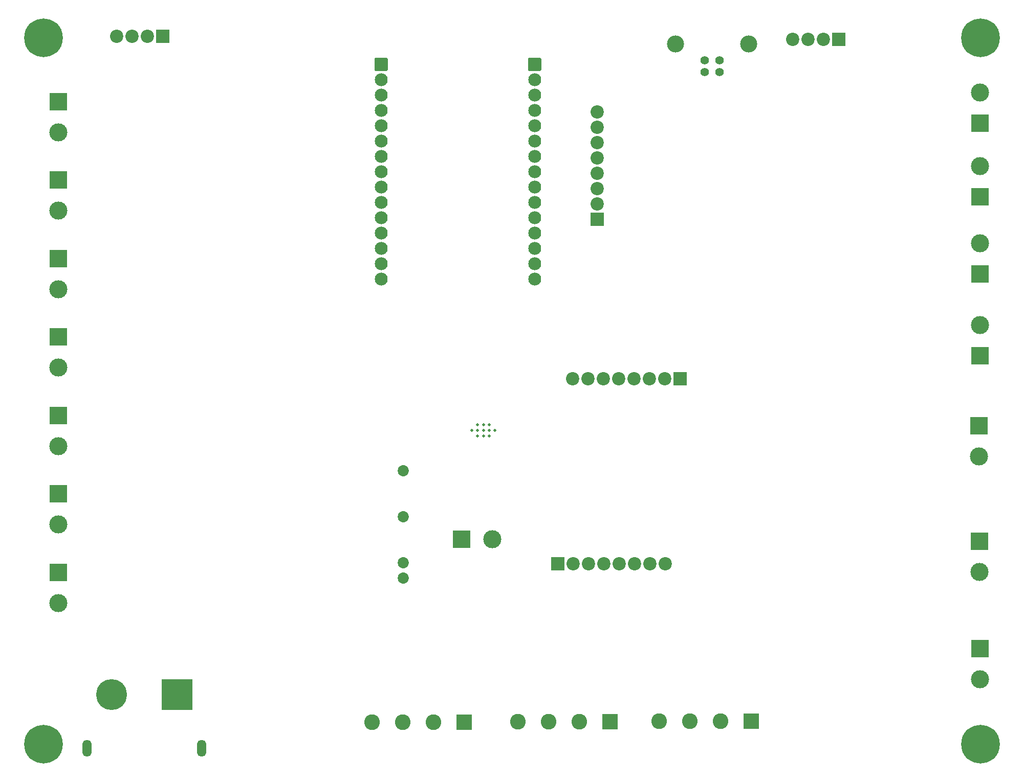
<source format=gbr>
%TF.GenerationSoftware,KiCad,Pcbnew,8.0.1*%
%TF.CreationDate,2025-12-10T18:54:55+01:00*%
%TF.ProjectId,PowerBox2.2 KICAD,506f7765-7242-46f7-9832-2e32204b4943,rev?*%
%TF.SameCoordinates,Original*%
%TF.FileFunction,Soldermask,Bot*%
%TF.FilePolarity,Negative*%
%FSLAX46Y46*%
G04 Gerber Fmt 4.6, Leading zero omitted, Abs format (unit mm)*
G04 Created by KiCad (PCBNEW 8.0.1) date 2025-12-10 18:54:55*
%MOMM*%
%LPD*%
G01*
G04 APERTURE LIST*
G04 Aperture macros list*
%AMRoundRect*
0 Rectangle with rounded corners*
0 $1 Rounding radius*
0 $2 $3 $4 $5 $6 $7 $8 $9 X,Y pos of 4 corners*
0 Add a 4 corners polygon primitive as box body*
4,1,4,$2,$3,$4,$5,$6,$7,$8,$9,$2,$3,0*
0 Add four circle primitives for the rounded corners*
1,1,$1+$1,$2,$3*
1,1,$1+$1,$4,$5*
1,1,$1+$1,$6,$7*
1,1,$1+$1,$8,$9*
0 Add four rect primitives between the rounded corners*
20,1,$1+$1,$2,$3,$4,$5,0*
20,1,$1+$1,$4,$5,$6,$7,0*
20,1,$1+$1,$6,$7,$8,$9,0*
20,1,$1+$1,$8,$9,$2,$3,0*%
G04 Aperture macros list end*
%ADD10R,3.000000X3.000000*%
%ADD11C,3.000000*%
%ADD12C,0.800000*%
%ADD13C,6.400000*%
%ADD14C,5.120000*%
%ADD15RoundRect,0.102000X-2.458000X-2.458000X2.458000X-2.458000X2.458000X2.458000X-2.458000X2.458000X0*%
%ADD16O,1.504000X2.804000*%
%ADD17R,2.200000X2.200000*%
%ADD18C,2.200000*%
%ADD19C,0.500000*%
%ADD20C,1.422400*%
%ADD21C,2.819400*%
%ADD22RoundRect,0.102000X-0.965000X-0.965000X0.965000X-0.965000X0.965000X0.965000X-0.965000X0.965000X0*%
%ADD23C,2.134000*%
%ADD24R,2.600000X2.600000*%
%ADD25C,2.600000*%
%ADD26C,1.854000*%
G04 APERTURE END LIST*
D10*
%TO.C,J12*%
X79400000Y-96560000D03*
D11*
X79400000Y-101640000D03*
%TD*%
D12*
%TO.C,H6*%
X229600000Y-47000000D03*
X230302944Y-45302944D03*
X230302944Y-48697056D03*
X232000000Y-44600000D03*
D13*
X232000000Y-47000000D03*
D12*
X232000000Y-49400000D03*
X233697056Y-45302944D03*
X233697056Y-48697056D03*
X234400000Y-47000000D03*
%TD*%
D10*
%TO.C,J7*%
X231900000Y-99700000D03*
D11*
X231900000Y-94620000D03*
%TD*%
D14*
%TO.C,J24*%
X88200000Y-155800000D03*
D15*
X99100000Y-155800000D03*
D16*
X103100000Y-164700000D03*
X84200000Y-164700000D03*
%TD*%
D17*
%TO.C,J6*%
X96650000Y-46750000D03*
D18*
X94110000Y-46750000D03*
X91570000Y-46750000D03*
X89030000Y-46750000D03*
%TD*%
D10*
%TO.C,J13*%
X79400000Y-83560000D03*
D11*
X79400000Y-88640000D03*
%TD*%
D19*
%TO.C,U22*%
X150700000Y-111100000D03*
X149750000Y-111100000D03*
X148800000Y-111100000D03*
X151650000Y-112050000D03*
X150700000Y-112050000D03*
X149750000Y-112050000D03*
X148800000Y-112050000D03*
X147850000Y-112050000D03*
X150700000Y-113000000D03*
X149750000Y-113000000D03*
X148800000Y-113000000D03*
%TD*%
D10*
%TO.C,J17*%
X79400000Y-135560000D03*
D11*
X79400000Y-140640000D03*
%TD*%
D10*
%TO.C,J19*%
X231900000Y-73324000D03*
D11*
X231900000Y-68244000D03*
%TD*%
D10*
%TO.C,J3*%
X231838000Y-130385000D03*
D11*
X231838000Y-135465000D03*
%TD*%
D12*
%TO.C,H8*%
X229600000Y-164000000D03*
X230302944Y-162302944D03*
X230302944Y-165697056D03*
X232000000Y-161600000D03*
D13*
X232000000Y-164000000D03*
D12*
X232000000Y-166400000D03*
X233697056Y-162302944D03*
X233697056Y-165697056D03*
X234400000Y-164000000D03*
%TD*%
D17*
%TO.C,J9*%
X168550000Y-77050000D03*
D18*
X168550000Y-74510000D03*
X168550000Y-71970000D03*
X168550000Y-69430000D03*
X168550000Y-66890000D03*
X168550000Y-64350000D03*
X168550000Y-61810000D03*
X168550000Y-59270000D03*
%TD*%
D10*
%TO.C,J14*%
X79400000Y-122560000D03*
D11*
X79400000Y-127640000D03*
%TD*%
D10*
%TO.C,J18*%
X231900000Y-61132000D03*
D11*
X231900000Y-56052000D03*
%TD*%
D10*
%TO.C,J23*%
X79400000Y-70560000D03*
D11*
X79400000Y-75640000D03*
%TD*%
D20*
%TO.C,J22*%
X186319998Y-52710000D03*
X188819998Y-52710000D03*
X188819998Y-50709999D03*
X186319998Y-50709999D03*
D21*
X193589996Y-48000000D03*
X181550000Y-48000000D03*
%TD*%
D10*
%TO.C,J2*%
X79400000Y-57560000D03*
D11*
X79400000Y-62640000D03*
%TD*%
D17*
%TO.C,J11*%
X182310000Y-103450000D03*
D18*
X179770000Y-103450000D03*
X177230000Y-103450000D03*
X174690000Y-103450000D03*
X172150000Y-103450000D03*
X169610000Y-103450000D03*
X167070000Y-103450000D03*
X164530000Y-103450000D03*
%TD*%
D22*
%TO.C,U6*%
X132800000Y-51400000D03*
D23*
X132800000Y-53940000D03*
X132800000Y-56480000D03*
X132800000Y-59020000D03*
X132800000Y-61560000D03*
X132800000Y-64100000D03*
X132800000Y-66640000D03*
X132800000Y-69180000D03*
X132800000Y-71720000D03*
X132800000Y-74260000D03*
X132800000Y-76800000D03*
X132800000Y-79340000D03*
X132800000Y-81880000D03*
X132800000Y-84420000D03*
X132800000Y-86960000D03*
X158200000Y-86960000D03*
X158200000Y-84420000D03*
X158200000Y-81880000D03*
X158200000Y-79340000D03*
X158200000Y-76800000D03*
X158200000Y-74260000D03*
X158200000Y-71720000D03*
X158200000Y-69180000D03*
X158200000Y-66640000D03*
X158200000Y-64100000D03*
X158200000Y-61560000D03*
X158200000Y-59020000D03*
X158200000Y-56480000D03*
X158200000Y-53940000D03*
D22*
X158200000Y-51400000D03*
%TD*%
D24*
%TO.C,J16*%
X170680000Y-160300000D03*
D25*
X165600000Y-160300000D03*
X160520000Y-160300000D03*
X155440000Y-160300000D03*
%TD*%
D17*
%TO.C,J25*%
X208575000Y-47250000D03*
D18*
X206035000Y-47250000D03*
X203495000Y-47250000D03*
X200955000Y-47250000D03*
%TD*%
D10*
%TO.C,J20*%
X231900000Y-86151000D03*
D11*
X231900000Y-81071000D03*
%TD*%
D17*
%TO.C,J10*%
X162070000Y-134100000D03*
D18*
X164610000Y-134100000D03*
X167150000Y-134100000D03*
X169690000Y-134100000D03*
X172230000Y-134100000D03*
X174770000Y-134100000D03*
X177310000Y-134100000D03*
X179850000Y-134100000D03*
%TD*%
D10*
%TO.C,J4*%
X231900000Y-148200000D03*
D11*
X231900000Y-153280000D03*
%TD*%
D24*
%TO.C,J21*%
X146530000Y-160400000D03*
D25*
X141450000Y-160400000D03*
X136370000Y-160400000D03*
X131290000Y-160400000D03*
%TD*%
D12*
%TO.C,H7*%
X74600000Y-164000000D03*
X75302944Y-162302944D03*
X75302944Y-165697056D03*
X77000000Y-161600000D03*
D13*
X77000000Y-164000000D03*
D12*
X77000000Y-166400000D03*
X78697056Y-162302944D03*
X78697056Y-165697056D03*
X79400000Y-164000000D03*
%TD*%
D26*
%TO.C,K1*%
X136450000Y-136510000D03*
X136450000Y-133970000D03*
X136450000Y-126350000D03*
X136450000Y-118730000D03*
%TD*%
D10*
%TO.C,J15*%
X79400000Y-109560000D03*
D11*
X79400000Y-114640000D03*
%TD*%
D24*
%TO.C,J8*%
X194080000Y-160200000D03*
D25*
X189000000Y-160200000D03*
X183920000Y-160200000D03*
X178840000Y-160200000D03*
%TD*%
D10*
%TO.C,J5*%
X231704000Y-111258000D03*
D11*
X231704000Y-116338000D03*
%TD*%
D12*
%TO.C,H5*%
X74600000Y-47000000D03*
X75302944Y-45302944D03*
X75302944Y-48697056D03*
X77000000Y-44600000D03*
D13*
X77000000Y-47000000D03*
D12*
X77000000Y-49400000D03*
X78697056Y-45302944D03*
X78697056Y-48697056D03*
X79400000Y-47000000D03*
%TD*%
D10*
%TO.C,J1*%
X146120000Y-130100000D03*
D11*
X151200000Y-130100000D03*
%TD*%
M02*

</source>
